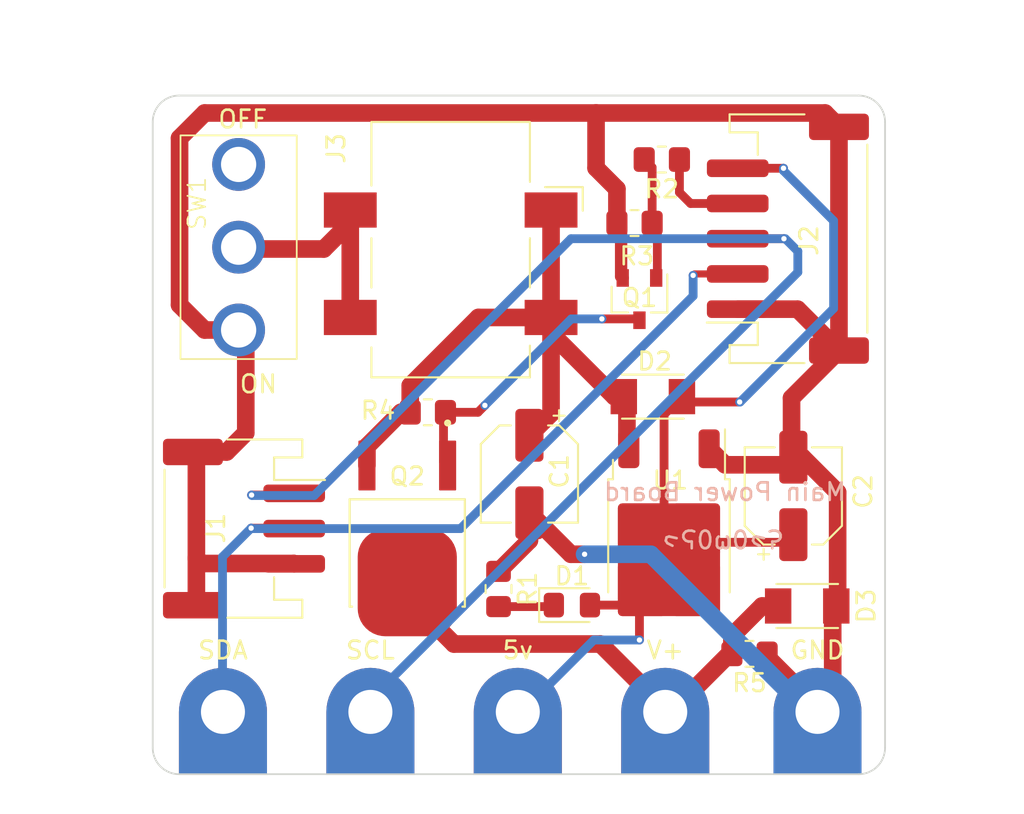
<source format=kicad_pcb>
(kicad_pcb (version 20221018) (generator pcbnew)
  (layers (0 "F.Cu" signal) (31 "B.Cu" signal) (34 "B.Paste" user) (35 "F.Paste" user) (36 "B.SilkS" user "B.Silkscreen") (37 "F.SilkS" user "F.Silkscreen") (38 "B.Mask" user) (39 "F.Mask" user) (44 "Edge.Cuts" user))
  (net 0 "")
  (net 1 "SCL")
  (net 2 "SDA")
  (net 3 "PWR_GND")
  (net 4 "PWR_5V")
  (net 5 "Enable")
  (net 6 "OUTPUT_PWR")
  (net 7 "PWR_12V")
  (net 8 "Net-(D1-K)")
  (net 9 "Net-(SW1-B)")
  (net 10 "Net-(Q1-G)")
  (net 11 "Net-(Q1-D)")
  (footprint "Capacitor_SMD:CP_Elec_5x5.4" (layer "F.Cu") (at 166.0906 100.2792 90)
    (fp_text reference "C2" (at 0.254 3.9624 90) (layer "F.SilkS"))
    (fp_text value "10uF")
    (fp_line (start -3.625 -1.685) (end -3 -1.685) (stroke (width 0.12)) (layer "F.SilkS"))
    (fp_line (start -3.3125 -1.9975) (end -3.3125 -1.3725) (stroke (width 0.12)) (layer "F.SilkS"))
    (fp_line (start -2.76 -1.695563) (end -2.76 -1.06) (stroke (width 0.12)) (layer "F.SilkS"))
    (fp_line (start -2.76 -1.695563) (end -1.695563 -2.76) (stroke (width 0.12)) (layer "F.SilkS"))
    (fp_line (start -2.76 1.695563) (end -2.76 1.06) (stroke (width 0.12)) (layer "F.SilkS"))
    (fp_line (start -2.76 1.695563) (end -1.695563 2.76) (stroke (width 0.12)) (layer "F.SilkS"))
    (fp_line (start -1.695563 -2.76) (end 2.76 -2.76) (stroke (width 0.12)) (layer "F.SilkS"))
    (fp_line (start -1.695563 2.76) (end 2.76 2.76) (stroke (width 0.12)) (layer "F.SilkS"))
    (fp_line (start 2.76 -2.76) (end 2.76 -1.06) (stroke (width 0.12)) (layer "F.SilkS"))
    (fp_line (start 2.76 2.76) (end 2.76 1.06) (stroke (width 0.12)) (layer "F.SilkS"))
    (pad "1" smd roundrect (at -2.2 0 90) (size 3 1.6) (layers "F.Cu" "F.Paste" "F.Mask") (roundrect_rratio 0.15625) (net 4 "PWR_5V"))
    (pad "2" smd roundrect (at 2.2 0 90) (size 3 1.6) (layers "F.Cu" "F.Paste" "F.Mask") (roundrect_rratio 0.15625) (net 3 "PWR_GND"))
  )
  (footprint "MountingHole:MountingHole_2.5mm_Pad" (layer "F.Cu") (at 158.8168 112.5405)
    (fp_text reference "V+" (at 0 -3.5) (layer "F.SilkS"))
    (fp_text value "MountingHole_Pad")
    (pad "1" thru_hole roundrect (at 0 0) (size 5 6) (drill 2.5 (offset 0 0.5)) (layers "*.Cu" "*.Mask") (roundrect_rratio 0.5) (chamfer_ratio 0) (chamfer bottom_left bottom_right) (net 6 "OUTPUT_PWR"))
  )
  (footprint "MountingHole:MountingHole_2.5mm_Pad" (layer "F.Cu") (at 133.7056 112.5405)
    (fp_text reference "SDA" (at 0 -3.5) (layer "F.SilkS"))
    (fp_text value "MountingHole_Pad")
    (pad "1" thru_hole roundrect (at 0 0) (size 5 6) (drill 2.5 (offset 0 0.5)) (layers "*.Cu" "*.Mask") (roundrect_rratio 0.5) (chamfer_ratio 0) (chamfer bottom_left bottom_right) (net 2 "SDA"))
  )
  (footprint "MountingHole:MountingHole_2.5mm_Pad" (layer "F.Cu") (at 167.4622 112.5405)
    (fp_text reference "GND" (at 0 -3.5) (layer "F.SilkS"))
    (fp_text value "MountingHole_Pad")
    (pad "1" thru_hole roundrect (at 0 0) (size 5 6) (drill 2.5 (offset 0 0.5)) (layers "*.Cu" "*.Mask") (roundrect_rratio 0.5) (chamfer_ratio 0) (chamfer bottom_left bottom_right) (net 3 "PWR_GND"))
  )
  (footprint "Resistor_SMD:R_0805_2012Metric_Pad1.20x1.40mm_HandSolder" (layer "F.Cu") (at 145.3388 95.5294)
    (fp_text reference "R4" (at -2.8288 -0.1016) (layer "F.SilkS"))
    (fp_text value "10K")
    (fp_line (start -0.227064 -0.735) (end 0.227064 -0.735) (stroke (width 0.12)) (layer "F.SilkS"))
    (fp_line (start -0.227064 0.735) (end 0.227064 0.735) (stroke (width 0.12)) (layer "F.SilkS"))
    (pad "1" smd roundrect (at -1 0) (size 1.2 1.4) (layers "F.Cu" "F.Paste" "F.Mask") (roundrect_rratio 0.2083333333) (net 7 "PWR_12V"))
    (pad "2" smd roundrect (at 1 0) (size 1.2 1.4) (layers "F.Cu" "F.Paste" "F.Mask") (roundrect_rratio 0.2083333333) (net 11 "Net-(Q1-D)"))
  )
  (footprint "" (layer "F.Cu") (at 131.7244 94.742)
    (fp_text reference "" (at 0 0) (layer "F.SilkS") (effects (font (size 1.27 1.27))))
    (fp_text value "" (at 0 0) (layer "F.SilkS") (effects (font (size 1.27 1.27))))
    (pad "" np_thru_hole circle (at 0 0) (size 2 2) (drill 2) (layers "F&B.Cu" "*.Mask"))
  )
  (footprint "fab:SOD-123T" (layer "F.Cu") (at 166.878 106.5276)
    (fp_text reference "D3" (at 3.3528 0 90) (layer "F.SilkS"))
    (fp_text value "DIODE SCHOT 100V 1A MINISMA")
    (fp_line (start -1.75 -1.25) (end 1.75 -1.25) (stroke (width 0.12)) (layer "F.SilkS"))
    (fp_line (start -1.75 1.25) (end 1.75 1.25) (stroke (width 0.12)) (layer "F.SilkS"))
    (pad "1" smd rect (at -1.65 0) (size 1.5 2) (layers "F.Cu" "F.Paste" "F.Mask") (net 6 "OUTPUT_PWR"))
    (pad "2" smd rect (at 1.65 0) (size 1.5 2) (layers "F.Cu" "F.Paste" "F.Mask") (net 3 "PWR_GND"))
  )
  (footprint "Package_TO_SOT_SMD:TO-252-2" (layer "F.Cu") (at 159.0294 102.6414 -90)
    (fp_text reference "U1" (at -3.2512 -0.0762) (layer "F.SilkS"))
    (fp_text value "IC REG LINEAR 5V 1A DPAK")
    (fp_line (start -3.31 -3.45) (end -3.31 -3.18) (stroke (width 0.12)) (layer "F.SilkS"))
    (fp_line (start -3.31 -3.18) (end -6.14 -3.18) (stroke (width 0.12)) (layer "F.SilkS"))
    (fp_line (start -3.31 3.18) (end -4.41 3.18) (stroke (width 0.12)) (layer "F.SilkS"))
    (fp_line (start -3.31 3.45) (end -3.31 3.18) (stroke (width 0.12)) (layer "F.SilkS"))
    (fp_line (start 3.11 -3.45) (end -3.31 -3.45) (stroke (width 0.12)) (layer "F.SilkS"))
    (fp_line (start 3.11 3.45) (end -3.31 3.45) (stroke (width 0.12)) (layer "F.SilkS"))
    (pad "1" smd roundrect (at -5.04 -2.28 270) (size 2.2 1.2) (layers "F.Cu" "F.Paste" "F.Mask") (roundrect_rratio 0.2083333333) (net 3 "PWR_GND"))
    (pad "2" smd roundrect (at -0.415 -1.525 270) (size 3.05 2.75) (layers "F.Cu" "F.Paste") (roundrect_rratio 0.09090909091) (net 4 "PWR_5V"))
    (pad "2" smd roundrect (at -0.415 1.525 270) (size 3.05 2.75) (layers "F.Cu" "F.Paste") (roundrect_rratio 0.09090909091) (net 4 "PWR_5V"))
    (pad "2" smd roundrect (at 1.26 0 270) (size 6.4 5.8) (layers "F.Cu" "F.Mask") (roundrect_rratio 0.04310293103) (net 4 "PWR_5V"))
    (pad "2" smd roundrect (at 2.935 -1.525 270) (size 3.05 2.75) (layers "F.Cu" "F.Paste") (roundrect_rratio 0.09090909091) (net 4 "PWR_5V"))
    (pad "2" smd roundrect (at 2.935 1.525 270) (size 3.05 2.75) (layers "F.Cu" "F.Paste") (roundrect_rratio 0.09090909091) (net 4 "PWR_5V"))
    (pad "3" smd roundrect (at -5.04 2.28 270) (size 2.2 1.2) (layers "F.Cu" "F.Paste" "F.Mask") (roundrect_rratio 0.2083333333) (net 7 "PWR_12V"))
  )
  (footprint "Resistor_SMD:R_0805_2012Metric_Pad1.20x1.40mm_HandSolder" (layer "F.Cu") (at 158.623 81.1784 180)
    (fp_text reference "R2" (at 0 -1.6764) (layer "F.SilkS"))
    (fp_text value "10K")
    (fp_line (start -0.227064 -0.735) (end 0.227064 -0.735) (stroke (width 0.12)) (layer "F.SilkS"))
    (fp_line (start -0.227064 0.735) (end 0.227064 0.735) (stroke (width 0.12)) (layer "F.SilkS"))
    (pad "1" smd roundrect (at -1 0 180) (size 1.2 1.4) (layers "F.Cu" "F.Paste" "F.Mask") (roundrect_rratio 0.2083333333) (net 5 "Enable"))
    (pad "2" smd roundrect (at 1 0 180) (size 1.2 1.4) (layers "F.Cu" "F.Paste" "F.Mask") (roundrect_rratio 0.2083333333) (net 10 "Net-(Q1-G)"))
  )
  (footprint "fab:CUIDevices_PJ-002AH-SMT-TR_PWRJack_2x5.5mm" (layer "F.Cu") (at 146.6342 87.0458 -90)
    (fp_text reference "J3" (at -6.5 6.5 90) (layer "F.SilkS"))
    (fp_text value "CONN PWR JACK 2X5.5MM")
    (fp_line (start -8 -4.5) (end -4.6 -4.5) (stroke (width 0.12)) (layer "F.SilkS"))
    (fp_line (start -8 4.5) (end -8 -4.5) (stroke (width 0.12)) (layer "F.SilkS"))
    (fp_line (start -8 4.5) (end -4.39 4.5) (stroke (width 0.12)) (layer "F.SilkS"))
    (fp_line (start -4.3 -7.5) (end -4.3 -5.36) (stroke (width 0.12)) (layer "F.SilkS"))
    (fp_line (start -2.96 -7.5) (end -4.3 -7.5) (stroke (width 0.12)) (layer "F.SilkS"))
    (fp_line (start -1.4 -4.5) (end 1.4 -4.5) (stroke (width 0.12)) (layer "F.SilkS"))
    (fp_line (start -1.4 4.5) (end 1.4 4.5) (stroke (width 0.12)) (layer "F.SilkS"))
    (fp_line (start 4.7 -4.5) (end 6.5 -4.5) (stroke (width 0.12)) (layer "F.SilkS"))
    (fp_line (start 6.5 -4.5) (end 6.5 4.5) (stroke (width 0.12)) (layer "F.SilkS"))
    (fp_line (start 6.5 4.5) (end 4.8 4.5) (stroke (width 0.12)) (layer "F.SilkS"))
    (pad "" np_thru_hole circle (at -3 0) (size 2 2) (drill 2) (layers "F&B.Cu" "*.Mask"))
    (pad "" np_thru_hole circle (at 1.5 0) (size 2 2) (drill 2) (layers "F&B.Cu" "*.Mask"))
    (pad "1" smd rect (at -3 -5.7) (size 3 2) (layers "F.Cu" "F.Paste" "F.Mask") (net 7 "PWR_12V"))
    (pad "1" smd rect (at 3.1 -5.7) (size 3 2) (layers "F.Cu" "F.Paste" "F.Mask") (net 7 "PWR_12V"))
    (pad "2" smd rect (at 3.1 5.7) (size 3 2) (layers "F.Cu" "F.Paste" "F.Mask") (net 9 "Net-(SW1-B)"))
    (pad "3" smd rect (at -3 5.7) (size 3 2) (layers "F.Cu" "F.Paste" "F.Mask") (net 9 "Net-(SW1-B)"))
  )
  (footprint "Resistor_SMD:R_0805_2012Metric_Pad1.20x1.40mm_HandSolder" (layer "F.Cu") (at 163.6014 109.2454 180)
    (fp_text reference "R5" (at 0 -1.65) (layer "F.SilkS"))
    (fp_text value "1K")
    (fp_line (start -0.227064 -0.735) (end 0.227064 -0.735) (stroke (width 0.12)) (layer "F.SilkS"))
    (fp_line (start -0.227064 0.735) (end 0.227064 0.735) (stroke (width 0.12)) (layer "F.SilkS"))
    (pad "1" smd roundrect (at -1 0 180) (size 1.2 1.4) (layers "F.Cu" "F.Paste" "F.Mask") (roundrect_rratio 0.2083333333) (net 3 "PWR_GND"))
    (pad "2" smd roundrect (at 1 0 180) (size 1.2 1.4) (layers "F.Cu" "F.Paste" "F.Mask") (roundrect_rratio 0.2083333333) (net 6 "OUTPUT_PWR"))
  )
  (footprint "MountingHole:MountingHole_2.5mm_Pad" (layer "F.Cu") (at 150.4464 112.5405)
    (fp_text reference "5v" (at 0 -3.5) (layer "F.SilkS"))
    (fp_text value "MountingHole_Pad")
    (pad "1" thru_hole roundrect (at 0 0) (size 5 6) (drill 2.5 (offset 0 0.5)) (layers "*.Cu" "*.Mask") (roundrect_rratio 0.5) (chamfer_ratio 0) (chamfer bottom_left bottom_right) (net 4 "PWR_5V"))
  )
  (footprint "Capacitor_SMD:CP_Elec_5x5.4" (layer "F.Cu") (at 151.1046 99.0346 -90)
    (fp_text reference "C1" (at -0.1524 -1.7018 -90) (layer "F.SilkS"))
    (fp_text value "10uF")
    (fp_line (start -3.625 -1.685) (end -3 -1.685) (stroke (width 0.12)) (layer "F.SilkS"))
    (fp_line (start -3.3125 -1.9975) (end -3.3125 -1.3725) (stroke (width 0.12)) (layer "F.SilkS"))
    (fp_line (start -2.76 -1.695563) (end -2.76 -1.06) (stroke (width 0.12)) (layer "F.SilkS"))
    (fp_line (start -2.76 -1.695563) (end -1.695563 -2.76) (stroke (width 0.12)) (layer "F.SilkS"))
    (fp_line (start -2.76 1.695563) (end -2.76 1.06) (stroke (width 0.12)) (layer "F.SilkS"))
    (fp_line (start -2.76 1.695563) (end -1.695563 2.76) (stroke (width 0.12)) (layer "F.SilkS"))
    (fp_line (start -1.695563 -2.76) (end 2.76 -2.76) (stroke (width 0.12)) (layer "F.SilkS"))
    (fp_line (start -1.695563 2.76) (end 2.76 2.76) (stroke (width 0.12)) (layer "F.SilkS"))
    (fp_line (start 2.76 -2.76) (end 2.76 -1.06) (stroke (width 0.12)) (layer "F.SilkS"))
    (fp_line (start 2.76 2.76) (end 2.76 1.06) (stroke (width 0.12)) (layer "F.SilkS"))
    (pad "1" smd roundrect (at -2.2 0 270) (size 3 1.6) (layers "F.Cu" "F.Paste" "F.Mask") (roundrect_rratio 0.15625) (net 7 "PWR_12V"))
    (pad "2" smd roundrect (at 2.2 0 270) (size 3 1.6) (layers "F.Cu" "F.Paste" "F.Mask") (roundrect_rratio 0.15625) (net 3 "PWR_GND"))
  )
  (footprint "Connector_JST:JST_PH_S5B-PH-SM4-TB_1x05-1MP_P2.00mm_Horizontal" (layer "F.Cu") (at 165.7814 85.6742 90)
    (fp_text reference "J2" (at -0.1016 1.1982 90) (layer "F.SilkS"))
    (fp_text value "CONN HEADER SMD R/A 5POS 2MM")
    (fp_line (start -7.06 -3.31) (end -6.04 -3.31) (stroke (width 0.12)) (layer "F.SilkS"))
    (fp_line (start -7.06 0.94) (end -7.06 -3.31) (stroke (width 0.12)) (layer "F.SilkS"))
    (fp_line (start -6.04 -3.31) (end -6.04 -1.71) (stroke (width 0.12)) (layer "F.SilkS"))
    (fp_line (start -6.04 -1.71) (end -4.76 -1.71) (stroke (width 0.12)) (layer "F.SilkS"))
    (fp_line (start -5.34 4.51) (end 5.34 4.51) (stroke (width 0.12)) (layer "F.SilkS"))
    (fp_line (start -4.76 -1.71) (end -4.76 -4.6) (stroke (width 0.12)) (layer "F.SilkS"))
    (fp_line (start 6.04 -3.31) (end 6.04 -1.71) (stroke (width 0.12)) (layer "F.SilkS"))
    (fp_line (start 6.04 -1.71) (end 4.76 -1.71) (stroke (width 0.12)) (layer "F.SilkS"))
    (fp_line (start 7.06 -3.31) (end 6.04 -3.31) (stroke (width 0.12)) (layer "F.SilkS"))
    (fp_line (start 7.06 0.94) (end 7.06 -3.31) (stroke (width 0.12)) (layer "F.SilkS"))
    (pad "" smd roundrect (at -6.35 2.9 90) (size 1.5 3.4) (layers "F.Cu" "F.Paste" "F.Mask") (roundrect_rratio 0.1666666667) (net 3 "PWR_GND"))
    (pad "" smd roundrect (at 6.35 2.9 90) (size 1.5 3.4) (layers "F.Cu" "F.Paste" "F.Mask") (roundrect_rratio 0.1666666667) (net 3 "PWR_GND"))
    (pad "1" smd roundrect (at -4 -2.85 90) (size 1 3.5) (layers "F.Cu" "F.Paste" "F.Mask") (net 3 "PWR_GND"))
    (pad "2" smd roundrect (at -2 -2.85 90) (size 1 3.5) (layers "F.Cu" "F.Paste" "F.Mask") (net 2 "SDA"))
    (pad "3" smd roundrect (at 0 -2.85 90) (size 1 3.5) (layers "F.Cu" "F.Paste" "F.Mask") (net 1 "SCL"))
    (pad "4" smd roundrect (at 2 -2.85 90) (size 1 3.5) (layers "F.Cu" "F.Paste" "F.Mask") (net 5 "Enable"))
    (pad "5" smd roundrect (at 4 -2.85 90) (size 1 3.5) (layers "F.Cu" "F.Paste" "F.Mask") (net 4 "PWR_5V"))
  )
  (footprint "LED_SMD:LED_0805_2012Metric_Pad1.15x1.40mm_HandSolder" (layer "F.Cu") (at 153.5176 106.4768)
    (fp_text reference "D1" (at 0 -1.65) (layer "F.SilkS"))
    (fp_text value "LED")
    (fp_line (start -1.86 -0.96) (end -1.86 0.96) (stroke (width 0.12)) (layer "F.SilkS"))
    (fp_line (start -1.86 0.96) (end 1 0.96) (stroke (width 0.12)) (layer "F.SilkS"))
    (fp_line (start 1 -0.96) (end -1.86 -0.96) (stroke (width 0.12)) (layer "F.SilkS"))
    (pad "1" smd roundrect (at -1.025 0) (size 1.15 1.4) (layers "F.Cu" "F.Paste" "F.Mask") (roundrect_rratio 0.2173913043) (net 8 "Net-(D1-K)"))
    (pad "2" smd roundrect (at 1.025 0) (size 1.15 1.4) (layers "F.Cu" "F.Paste" "F.Mask") (roundrect_rratio 0.2173913043) (net 4 "PWR_5V"))
  )
  (footprint "fab:MountingHole_2.5mm" (layer "F.Cu") (at 152.7302 80.5942)
    (fp_text reference "REF**" hide)
    (fp_text value "MountingHole_2.5mm" hide)
    (pad "" np_thru_hole circle (at 0 0) (size 2 2) (drill 2) (layers "*.Cu" "*.Mask"))
  )
  (footprint "fab:SOT-23-3" (layer "F.Cu") (at 157.353 89.1032 -90)
    (fp_text reference "Q1" (at -0.0762 0) (layer "F.SilkS"))
    (fp_text value "MOSFET N-CH 30V 1.7A SUPERSOT3")
    (fp_line (start 0.76 -1.58) (end -1.4 -1.58) (stroke (width 0.12)) (layer "F.SilkS"))
    (fp_line (start 0.76 -1.58) (end 0.76 -0.65) (stroke (width 0.12)) (layer "F.SilkS"))
    (fp_line (start 0.76 1.58) (end -0.7 1.58) (stroke (width 0.12)) (layer "F.SilkS"))
    (fp_line (start 0.76 1.58) (end 0.76 0.65) (stroke (width 0.12)) (layer "F.SilkS"))
    (pad "1" smd rect (at -1.2 -0.95 270) (size 1 0.7) (layers "F.Cu" "F.Paste" "F.Mask") (net 10 "Net-(Q1-G)"))
    (pad "2" smd rect (at -1.2 0.95 270) (size 1 0.7) (layers "F.Cu" "F.Paste" "F.Mask") (net 3 "PWR_GND"))
    (pad "3" smd rect (at 1.2 0 270) (size 1 0.7) (layers "F.Cu" "F.Paste" "F.Mask") (net 11 "Net-(Q1-D)"))
  )
  (footprint "fab:SOD-123T" (layer "F.Cu") (at 158.115 94.6404)
    (fp_text reference "D2" (at 0.1016 -2.0066) (layer "F.SilkS"))
    (fp_text value "DIODE SCHOT 100V 1A MINISMA")
    (fp_line (start -1.75 -1.25) (end 1.75 -1.25) (stroke (width 0.12)) (layer "F.SilkS"))
    (fp_line (start -1.75 1.25) (end 1.75 1.25) (stroke (width 0.12)) (layer "F.SilkS"))
    (pad "1" smd rect (at -1.65 0) (size 1.5 2) (layers "F.Cu" "F.Paste" "F.Mask") (net 7 "PWR_12V"))
    (pad "2" smd rect (at 1.65 0) (size 1.5 2) (layers "F.Cu" "F.Paste" "F.Mask") (net 4 "PWR_5V"))
  )
  (footprint "MountingHole:MountingHole_2.5mm_Pad" (layer "F.Cu") (at 142.076 112.5405)
    (fp_text reference "SCL" (at 0 -3.5) (layer "F.SilkS"))
    (fp_text value "MountingHole_Pad")
    (pad "1" thru_hole roundrect (at 0 0) (size 5 6) (drill 2.5 (offset 0 0.5)) (layers "*.Cu" "*.Mask") (roundrect_rratio 0.5) (chamfer_ratio 0) (chamfer bottom_left bottom_right) (net 1 "SCL"))
  )
  (footprint "Connector_JST:JST_PH_S3B-PH-SM4-TB_1x03-1MP_P2.00mm_Horizontal" (layer "F.Cu") (at 134.8994 102.1334 -90)
    (fp_text reference "J1" (at -0.0254 1.595 90) (layer "F.SilkS"))
    (fp_text value "CONN HEADER SMD R/A 3POS 2MM")
    (fp_line (start -5.06 -3.31) (end -4.04 -3.31) (stroke (width 0.12)) (layer "F.SilkS"))
    (fp_line (start -5.06 0.94) (end -5.06 -3.31) (stroke (width 0.12)) (layer "F.SilkS"))
    (fp_line (start -4.04 -3.31) (end -4.04 -1.71) (stroke (width 0.12)) (layer "F.SilkS"))
    (fp_line (start -4.04 -1.71) (end -2.76 -1.71) (stroke (width 0.12)) (layer "F.SilkS"))
    (fp_line (start -3.34 4.51) (end 3.34 4.51) (stroke (width 0.12)) (layer "F.SilkS"))
    (fp_line (start -2.76 -1.71) (end -2.76 -4.6) (stroke (width 0.12)) (layer "F.SilkS"))
    (fp_line (start 4.04 -3.31) (end 4.04 -1.71) (stroke (width 0.12)) (layer "F.SilkS"))
    (fp_line (start 4.04 -1.71) (end 2.76 -1.71) (stroke (width 0.12)) (layer "F.SilkS"))
    (fp_line (start 5.06 -3.31) (end 4.04 -3.31) (stroke (width 0.12)) (layer "F.SilkS"))
    (fp_line (start 5.06 0.94) (end 5.06 -3.31) (stroke (width 0.12)) (layer "F.SilkS"))
    (pad "" smd roundrect (at -4.35 2.9 270) (size 1.5 3.4) (layers "F.Cu" "F.Paste" "F.Mask") (roundrect_rratio 0.1666666667) (net 3 "PWR_GND"))
    (pad "" smd roundrect (at 4.35 2.9 270) (size 1.5 3.4) (layers "F.Cu" "F.Paste" "F.Mask") (roundrect_rratio 0.1666666667) (net 3 "PWR_GND"))
    (pad "1" smd roundrect (at -2 -2.85 270) (size 1 3.5) (layers "F.Cu" "F.Paste" "F.Mask") (net 1 "SCL"))
    (pad "2" smd roundrect (at 0 -2.85 270) (size 1 3.5) (layers "F.Cu" "F.Paste" "F.Mask") (net 2 "SDA"))
    (pad "3" smd roundrect (at 2 -2.85 270) (size 1 3.5) (layers "F.Cu" "F.Paste" "F.Mask") (net 3 "PWR_GND"))
  )
  (footprint "fab:MountingHole_2.5mm" (layer "F.Cu") (at 169.3418 95.2754)
    (fp_text reference "REF**" hide)
    (fp_text value "MountingHole_2.5mm" hide)
    (pad "" np_thru_hole circle (at 0 0) (size 2 2) (drill 2) (layers "F&B.Cu" "*.Mask"))
  )
  (footprint "Button_Switch_THT:SW_SPDTx03_Slide" (layer "F.Cu") (at 134.5946 86.1568 90)
    (fp_text reference "SW1" (at 2.4892 -2.3622 90 unlocked) (layer "F.SilkS") (effects (font (thickness 0.1))))
    (fp_text value "SWITCH SLIDE SPDT 5A 120VAC")
    (fp_rect (start -6.35 -3.3) (end 6.35 3.3) (stroke (width 0.1)) (fill none) (layer "F.SilkS"))
    (pad "1" thru_hole circle (at -4.7 0 90) (size 3 3) (drill 2) (layers "*.Cu" "*.Mask") (net 3 "PWR_GND"))
    (pad "2" thru_hole circle (at 0 0 90) (size 3 3) (drill 2) (layers "*.Cu" "*.Mask") (net 9 "Net-(SW1-B)"))
    (pad "3" thru_hole circle (at 4.7 0 90) (size 3 3) (drill 2) (layers "*.Cu" "*.Mask"))
  )
  (footprint "Resistor_SMD:R_0805_2012Metric_Pad1.20x1.40mm_HandSolder" (layer "F.Cu") (at 157.0736 84.7852)
    (fp_text reference "R3" (at 0.127 1.8796) (layer "F.SilkS"))
    (fp_text value "10K")
    (fp_line (start -0.227064 -0.735) (end 0.227064 -0.735) (stroke (width 0.12)) (layer "F.SilkS"))
    (fp_line (start -0.227064 0.735) (end 0.227064 0.735) (stroke (width 0.12)) (layer "F.SilkS"))
    (pad "1" smd roundrect (at -1 0) (size 1.2 1.4) (layers "F.Cu" "F.Paste" "F.Mask") (roundrect_rratio 0.2083333333) (net 3 "PWR_GND"))
    (pad "2" smd roundrect (at 1 0) (size 1.2 1.4) (layers "F.Cu" "F.Paste" "F.Mask") (roundrect_rratio 0.2083333333) (net 10 "Net-(Q1-G)"))
  )
  (footprint "TO229P990X238-3N:TO229P990X238-3N" (layer "F.Cu") (at 144.1704 102.6922 -90)
    (fp_text reference "Q2" (at -3.5306 0) (layer "F.SilkS"))
    (fp_text value "MOSFET P-CH 30V 25A DPAK")
    (fp_line (start -2.2225 -3.27) (end 3.8725 -3.27) (stroke (width 0.127)) (layer "F.SilkS"))
    (fp_line (start -2.2225 3.27) (end -2.2225 -3.27) (stroke (width 0.127)) (layer "F.SilkS"))
    (fp_line (start 3.8725 -3.27) (end 3.8725 -3.135) (stroke (width 0.127)) (layer "F.SilkS"))
    (fp_line (start 3.8725 3.27) (end -2.2225 3.27) (stroke (width 0.127)) (layer "F.SilkS"))
    (fp_line (start 3.8725 3.27) (end 3.8725 3.135) (stroke (width 0.127)) (layer "F.SilkS"))
    (fp_circle (center -6.555 -2.29) (end -6.455 -2.29) (stroke (width 0.2)) (fill none) (layer "F.SilkS"))
    (pad "1" smd roundrect (at -4.14 -2.29 270) (size 2.83 0.97) (layers "F.Cu" "F.Paste" "F.Mask") (roundrect_rratio 0.05) (net 11 "Net-(Q1-D)"))
    (pad "2" smd roundrect (at 2.51 0 270) (size 6.09 5.63) (layers "F.Cu" "F.Mask") (roundrect_rratio 0.28) (net 6 "OUTPUT_PWR"))
    (pad "3" smd roundrect (at -4.14 2.29 270) (size 2.83 0.97) (layers "F.Cu" "F.Paste" "F.Mask") (roundrect_rratio 0.05) (net 7 "PWR_12V"))
  )
  (footprint "Resistor_SMD:R_0805_2012Metric_Pad1.20x1.40mm_HandSolder" (layer "F.Cu") (at 149.352 105.5624 -90)
    (fp_text reference "R1" (at 0 -1.65 90) (layer "F.SilkS"))
    (fp_text value "499")
    (fp_line (start -0.227064 -0.735) (end 0.227064 -0.735) (stroke (width 0.12)) (layer "F.SilkS"))
    (fp_line (start -0.227064 0.735) (end 0.227064 0.735) (stroke (width 0.12)) (layer "F.SilkS"))
    (pad "1" smd roundrect (at -1 0 270) (size 1.2 1.4) (layers "F.Cu" "F.Paste" "F.Mask") (roundrect_rratio 0.2083333333) (net 3 "PWR_GND"))
    (pad "2" smd roundrect (at 1 0 270) (size 1.2 1.4) (layers "F.Cu" "F.Paste" "F.Mask") (roundrect_rratio 0.2083333333) (net 8 "Net-(D1-K)"))
  )
  (gr_line (start 129.7178 114.578) (end 129.7178 79.0462) (stroke (width 0.1)) (layer "Edge.Cuts"))
  (gr_arc (start 169.7976 77.5462) (mid 170.85826 77.98554) (end 171.2976 79.0462) (stroke (width 0.1)) (layer "Edge.Cuts"))
  (gr_line (start 169.7976 116.078) (end 131.2178 116.078) (stroke (width 0.1)) (layer "Edge.Cuts"))
  (gr_arc (start 171.2976 114.578) (mid 170.85826 115.63866) (end 169.7976 116.078) (stroke (width 0.1)) (layer "Edge.Cuts"))
  (gr_arc (start 129.7178 79.0462) (mid 130.15714 77.98554) (end 131.2178 77.5462) (stroke (width 0.1)) (layer "Edge.Cuts"))
  (gr_line (start 171.2976 79.0462) (end 171.2976 114.578) (stroke (width 0.1)) (layer "Edge.Cuts"))
  (gr_line (start 131.2178 77.5462) (end 169.7976 77.5462) (stroke (width 0.1)) (layer "Edge.Cuts"))
  (gr_arc (start 131.2178 116.078) (mid 130.15714 115.63866) (end 129.7178 114.578) (stroke (width 0.1)) (layer "Edge.Cuts"))
  (gr_text "Main Power Board" (at 162.2044 100.6348) (layer "B.SilkS") (effects (font (size 1 1)) (justify bottom mirror)))
  (gr_text "ʕっ0ω0ʔっ" (at 165.6588 103.378) (layer "B.SilkS") (effects (font (size 1 1)) (justify left bottom mirror)))
  (gr_text "ON" (at 134.5692 94.5134) (layer "F.SilkS") (effects (font (size 1 1)) (justify left bottom)))
  (gr_text "OFF" (at 133.35 79.4766) (layer "F.SilkS") (effects (font (size 1 1)) (justify left bottom)))
  (segment (start 137.6544 100.2284) (end 137.7494 100.1334) (width 0.5) (layer "F.Cu") (net 1))
  (segment (start 135.3312 100.2284) (end 137.6544 100.2284) (width 0.5) (layer "F.Cu") (net 1))
  (segment (start 165.5572 85.6742) (end 162.9314 85.6742) (width 0.5) (layer "F.Cu") (net 1))
  (via (at 135.3312 100.2284) (size 0.5) (drill 0.3) (layers "F.Cu" "B.Cu") (net 1))
  (via (at 165.5572 85.6742) (size 0.5) (drill 0.3) (layers "F.Cu" "B.Cu") (net 1))
  (segment (start 166.3446 86.3854) (end 166.3446 87.5792) (width 0.5) (layer "B.Cu") (net 1))
  (segment (start 165.6334 85.6742) (end 166.3446 86.3854) (width 0.5) (layer "B.Cu") (net 1))
  (segment (start 138.8872 100.2538) (end 135.3566 100.2538) (width 0.5) (layer "B.Cu") (net 1))
  (segment (start 165.5572 85.6742) (end 153.4668 85.6742) (width 0.5) (layer "B.Cu") (net 1))
  (segment (start 153.4668 85.6742) (end 138.8872 100.2538) (width 0.5) (layer "B.Cu") (net 1))
  (segment (start 165.5572 85.6742) (end 165.6334 85.6742) (width 0.5) (layer "B.Cu") (net 1))
  (segment (start 141.90565 112.01815) (end 141.90565 112.7252) (width 0.5) (layer "B.Cu") (net 1))
  (segment (start 135.3566 100.2538) (end 135.3312 100.2284) (width 0.5) (layer "B.Cu") (net 1))
  (segment (start 166.3446 87.5792) (end 141.90565 112.01815) (width 0.5) (layer "B.Cu") (net 1))
  (segment (start 137.724 102.108) (end 137.7494 102.1334) (width 0.5) (layer "F.Cu") (net 2))
  (segment (start 160.4838 87.6742) (end 162.9314 87.6742) (width 0.4) (layer "F.Cu") (net 2))
  (segment (start 135.3058 102.108) (end 137.724 102.108) (width 0.5) (layer "F.Cu") (net 2))
  (segment (start 160.401 87.757) (end 160.4838 87.6742) (width 0.4) (layer "F.Cu") (net 2))
  (via (at 135.3058 102.108) (size 0.5) (drill 0.3) (layers "F.Cu" "B.Cu") (net 2))
  (via (at 160.401 87.757) (size 0.5) (drill 0.3) (layers "F.Cu" "B.Cu") (net 2))
  (segment (start 147.193 102.1334) (end 135.3312 102.1334) (width 0.5) (layer "B.Cu") (net 2))
  (segment (start 135.3312 102.1334) (end 135.3058 102.108) (width 0.5) (layer "B.Cu") (net 2))
  (segment (start 135.3058 102.108) (end 133.6802 103.7336) (width 0.5) (layer "B.Cu") (net 2))
  (segment (start 133.6802 103.7336) (end 133.6802 112.5728) (width 0.5) (layer "B.Cu") (net 2))
  (segment (start 160.401 88.9254) (end 147.193 102.1334) (width 0.5) (layer "B.Cu") (net 2))
  (segment (start 160.401 87.757) (end 160.401 88.9254) (width 0.5) (layer "B.Cu") (net 2))
  (segment (start 166.3314 89.6742) (end 168.6814 92.0242) (width 1) (layer "F.Cu") (net 3))
  (segment (start 132.1974 103.8098) (end 132.1974 106.2854) (width 1) (layer "F.Cu") (net 3))
  (segment (start 166.0906 98.0792) (end 166.6084 98.0792) (width 1) (layer "F.Cu") (net 3))
  (segment (start 168.6814 92.0242) (end 165.989 94.7166) (width 1) (layer "F.Cu") (net 3))
  (segment (start 162.9314 89.6742) (end 166.3314 89.6742) (width 1) (layer "F.Cu") (net 3))
  (segment (start 168.6814 79.3242) (end 167.894 78.5368) (width 1) (layer "F.Cu") (net 3))
  (segment (start 166.0906 98.0792) (end 165.6588 98.511) (width 1) (layer "F.Cu") (net 3))
  (segment (start 137.7306 104.1146) (end 137.7494 104.1334) (width 1) (layer "F.Cu") (net 3))
  (segment (start 166.6084 98.0792) (end 168.6052 100.076) (width 1) (layer "F.Cu") (net 3))
  (segment (start 153.4604 103.5904) (end 151.1046 101.2346) (width 1) (layer "F.Cu") (net 3))
  (segment (start 151.1046 102.8098) (end 149.352 104.5624) (width 1) (layer "F.Cu") (net 3))
  (segment (start 162.219 98.511) (end 161.3094 97.6014) (width 1) (layer "F.Cu") (net 3))
  (segment (start 132.1974 97.9814) (end 132.1974 103.8098) (width 1) (layer "F.Cu") (net 3))
  (segment (start 154.8892 81.661) (end 156.0736 82.8454) (width 1) (layer "F.Cu") (net 3))
  (segment (start 168.6814 79.3242) (end 168.6814 92.0242) (width 1) (layer "F.Cu") (net 3))
  (segment (start 164.6014 109.4232) (end 164.6014 109.2454) (width 1) (layer "F.Cu") (net 3))
  (segment (start 156.0736 82.8454) (end 156.0736 84.7852) (width 1) (layer "F.Cu") (net 3))
  (segment (start 156.3116 85.0232) (end 156.3116 87.8118) (width 0.7) (layer "F.Cu") (net 3))
  (segment (start 132.1974 106.2854) (end 131.9994 106.4834) (width 1) (layer "F.Cu") (net 3))
  (segment (start 165.989 94.7166) (end 165.989 97.9776) (width 1) (layer "F.Cu") (net 3))
  (segment (start 135.001 96.6978) (end 133.9154 97.7834) (width 1) (layer "F.Cu") (net 3))
  (segment (start 134.5946 90.8568) (end 135.001 91.2632) (width 1) (layer "F.Cu") (net 3))
  (segment (start 135.001 91.2632) (end 135.001 96.6978) (width 1) (layer "F.Cu") (net 3))
  (segment (start 165.989 97.9776) (end 166.0906 98.0792) (width 1) (layer "F.Cu") (net 3))
  (segment (start 132.5022 104.1146) (end 137.7306 104.1146) (width 1) (layer "F.Cu") (net 3))
  (segment (start 165.6588 98.511) (end 162.219 98.511) (width 1) (layer "F.Cu") (net 3))
  (segment (start 156.3116 87.8118) (end 156.403 87.9032) (width 0.7) (layer "F.Cu") (net 3))
  (segment (start 154.8892 78.5368) (end 132.6642 78.5368) (width 1) (layer "F.Cu") (net 3))
  (segment (start 156.0736 84.7852) (end 156.3116 85.0232) (width 0.7) (layer "F.Cu") (net 3))
  (segment (start 167.894 78.5368) (end 154.8892 78.5368) (width 1) (layer "F.Cu") (net 3))
  (segment (start 168.528 106.5276) (end 168.3248 106.7308) (width 1) (layer "F.Cu") (net 3))
  (segment (start 132.6652 90.8568) (end 134.5946 90.8568) (width 1) (layer "F.Cu") (net 3))
  (segment (start 168.6052 100.076) (end 168.6052 106.4504) (width 1) (layer "F.Cu") (net 3))
  (segment (start 167.132 111.9538) (end 164.6014 109.4232) (width 1) (layer "F.Cu") (net 3))
  (segment (start 168.3248 106.7308) (end 168.3248 111.5324) (width 1) (layer "F.Cu") (net 3))
  (segment (start 151.1046 101.2346) (end 151.1046 102.8098) (width 1) (layer "F.Cu") (net 3))
  (segment (start 154.238 103.5904) (end 153.4604 103.5904) (width 1) (layer "F.Cu") (net 3))
  (segment (start 132.6642 78.5368) (end 131.2418 79.9592) (width 1) (layer "F.Cu") (net 3))
  (segment (start 132.1974 103.8098) (end 132.5022 104.1146) (width 1) (layer "F.Cu") (net 3))
  (segment (start 154.8892 78.5368) (end 154.8892 81.661) (width 1) (layer "F.Cu") (net 3))
  (segment (start 168.6052 106.4504) (end 168.528 106.5276) (width 1) (layer "F.Cu") (net 3))
  (segment (start 167.132 112.7252) (end 167.132 111.9538) (width 1) (layer "F.Cu") (net 3))
  (segment (start 168.3248 111.5324) (end 167.132 112.7252) (width 1) (layer "F.Cu") (net 3))
  (segment (start 133.9154 97.7834) (end 131.9994 97.7834) (width 1) (layer "F.Cu") (net 3))
  (segment (start 131.2418 79.9592) (end 131.2418 89.4334) (width 1) (layer "F.Cu") (net 3))
  (segment (start 131.2418 89.4334) (end 132.6652 90.8568) (width 1) (layer "F.Cu") (net 3))
  (segment (start 131.9994 97.7834) (end 132.1974 97.9814) (width 1) (layer "F.Cu") (net 3))
  (via (at 154.238 103.5904) (size 0.5) (drill 0.3) (layers "F.Cu" "B.Cu") (net 3))
  (segment (start 154.238 103.5904) (end 157.9972 103.5904) (width 1) (layer "B.Cu") (net 3))
  (segment (start 157.9972 103.5904) (end 167.132 112.7252) (width 1) (layer "B.Cu") (net 3))
  (segment (start 158.75 95.6554) (end 158.75 103.622) (width 0.5) (layer "F.Cu") (net 4))
  (segment (start 158.75 103.622) (end 159.0294 103.9014) (width 0.5) (layer "F.Cu") (net 4))
  (segment (start 154.5426 106.4768) (end 156.604 106.4768) (width 0.5) (layer "F.Cu") (net 4))
  (segment (start 161.239 102.911) (end 160.5544 102.2264) (width 0.5) (layer "F.Cu") (net 4))
  (segment (start 163.0426 94.9452) (end 160.0698 94.9452) (width 0.5) (layer "F.Cu") (net 4))
  (segment (start 165.6588 102.911) (end 161.239 102.911) (width 0.5) (layer "F.Cu") (net 4))
  (segment (start 159.765 94.6404) (end 158.75 95.6554) (width 0.5) (layer "F.Cu") (net 4))
  (segment (start 165.5318 81.6742) (end 162.9314 81.6742) (width 0.5) (layer "F.Cu") (net 4))
  (segment (start 156.604 106.4768) (end 157.5044 105.5764) (width 0.5) (layer "F.Cu") (net 4))
  (segment (start 157.353 105.7278) (end 157.5044 105.5764) (width 0.5) (layer "F.Cu") (net 4))
  (segment (start 157.353 108.458) (end 157.353 105.7278) (width 0.5) (layer "F.Cu") (net 4))
  (segment (start 160.0698 94.9452) (end 159.765 94.6404) (width 0.5) (layer "F.Cu") (net 4))
  (segment (start 166.0906 102.4792) (end 165.6588 102.911) (width 0.5) (layer "F.Cu") (net 4))
  (via (at 163.0426 94.9452) (size 0.5) (drill 0.3) (layers "F.Cu" "B.Cu") (net 4))
  (via (at 165.5318 81.6742) (size 0.5) (drill 0.3) (layers "F.Cu" "B.Cu") (net 4))
  (via (at 157.353 108.458) (size 0.5) (drill 0.3) (layers "F.Cu" "B.Cu") (net 4))
  (segment (start 154.7622 108.458) (end 150.495 112.7252) (width 0.5) (layer "B.Cu") (net 4))
  (segment (start 168.3766 89.6366) (end 168.3766 84.6582) (width 0.5) (layer "B.Cu") (net 4))
  (segment (start 150.495 112.7252) (end 150.4061 112.7252) (width 0.5) (layer "B.Cu") (net 4))
  (segment (start 163.0426 94.9452) (end 163.068 94.9452) (width 0.5) (layer "B.Cu") (net 4))
  (segment (start 165.5318 81.8134) (end 165.5318 81.6742) (width 0.5) (layer "B.Cu") (net 4))
  (segment (start 157.353 108.458) (end 154.7622 108.458) (width 0.5) (layer "B.Cu") (net 4))
  (segment (start 163.068 94.9452) (end 168.3766 89.6366) (width 0.5) (layer "B.Cu") (net 4))
  (segment (start 168.3766 84.6582) (end 165.5318 81.8134) (width 0.5) (layer "B.Cu") (net 4))
  (segment (start 159.623 81.1784) (end 159.623 83.042) (width 0.5) (layer "F.Cu") (net 5))
  (segment (start 159.623 83.042) (end 160.2552 83.6742) (width 0.5) (layer "F.Cu") (net 5))
  (segment (start 160.2552 83.6742) (end 162.9314 83.6742) (width 0.5) (layer "F.Cu") (net 5))
  (segment (start 162.4584 109.2454) (end 158.9786 112.7252) (width 1) (layer "F.Cu") (net 6))
  (segment (start 165.228 106.5276) (end 164.3126 106.5276) (width 1) (layer "F.Cu") (net 6))
  (segment (start 158.90655 112.44995) (end 158.90655 112.47535) (width 1) (layer "F.Cu") (net 6))
  (segment (start 158.9786 112.7252) (end 158.90655 112.7252) (width 1) (layer "F.Cu") (net 6))
  (segment (start 162.6014 108.2388) (end 162.6014 109.2454) (width 1) (layer "F.Cu") (net 6))
  (segment (start 144.1704 105.2022) (end 144.1704 106.0404) (width 1) (layer "F.Cu") (net 6))
  (segment (start 164.3126 106.5276) (end 162.6014 108.2388) (width 1) (layer "F.Cu") (net 6))
  (segment (start 144.1704 106.0404) (end 146.8166 108.6866) (width 1) (layer "F.Cu") (net 6))
  (segment (start 162.6014 109.2454) (end 162.4584 109.2454) (width 1) (layer "F.Cu") (net 6))
  (segment (start 146.8166 108.6866) (end 155.1432 108.6866) (width 1) (layer "F.Cu") (net 6))
  (segment (start 155.1432 108.6866) (end 158.90655 112.44995) (width 1) (layer "F.Cu") (net 6))
  (segment (start 148.2078 90.1458) (end 152.3342 90.1458) (width 1) (layer "F.Cu") (net 7))
  (segment (start 152.3342 95.605) (end 151.1046 96.8346) (width 1) (layer "F.Cu") (net 7))
  (segment (start 156.6418 97.4938) (end 156.7494 97.6014) (width 1) (layer "F.Cu") (net 7))
  (segment (start 143.8148 95.5294) (end 144.3388 95.5294) (width 1) (layer "F.Cu") (net 7))
  (segment (start 141.8804 97.4638) (end 143.8148 95.5294) (width 1) (layer "F.Cu") (net 7))
  (segment (start 144.3388 94.0148) (end 148.2078 90.1458) (width 1) (layer "F.Cu") (net 7))
  (segment (start 155.9306 94.6404) (end 156.465 94.6404) (width 1) (layer "F.Cu") (net 7))
  (segment (start 152.3342 84.0458) (end 152.3342 90.1458) (width 1) (layer "F.Cu") (net 7))
  (segment (start 152.3342 90.1458) (end 152.3342 91.044) (width 1) (layer "F.Cu") (net 7))
  (segment (start 152.3342 90.1458) (end 152.3342 95.605) (width 1) (layer "F.Cu") (net 7))
  (segment (start 141.8804 98.5522) (end 141.8804 97.4638) (width 1) (layer "F.Cu") (net 7))
  (segment (start 144.3388 95.5294) (end 144.3388 94.0148) (width 1) (layer "F.Cu") (net 7))
  (segment (start 156.465 94.6404) (end 156.6418 94.8172) (width 1) (layer "F.Cu") (net 7))
  (segment (start 156.6418 94.8172) (end 156.6418 97.4938) (width 1) (layer "F.Cu") (net 7))
  (segment (start 152.3342 91.044) (end 155.9306 94.6404) (width 1) (layer "F.Cu") (net 7))
  (segment (start 152.407 106.5624) (end 152.4926 106.4768) (width 0.5) (layer "F.Cu") (net 8))
  (segment (start 149.352 106.5624) (end 152.407 106.5624) (width 0.5) (layer "F.Cu") (net 8))
  (segment (start 139.4328 86.2584) (end 140.9342 84.757) (width 1) (layer "F.Cu") (net 9))
  (segment (start 140.9342 84.0458) (end 140.9342 90.1458) (width 1) (layer "F.Cu") (net 9))
  (segment (start 140.9342 84.757) (end 140.9342 84.0458) (width 1) (layer "F.Cu") (net 9))
  (segment (start 134.6962 86.2584) (end 139.4328 86.2584) (width 1) (layer "F.Cu") (net 9))
  (segment (start 134.5946 86.1568) (end 134.6962 86.2584) (width 1) (layer "F.Cu") (net 9))
  (segment (start 158.369 87.8372) (end 158.369 85.0806) (width 0.5) (layer "F.Cu") (net 10))
  (segment (start 158.303 87.9032) (end 158.369 87.8372) (width 0.5) (layer "F.Cu") (net 10))
  (segment (start 158.0736 81.629) (end 158.0736 84.7852) (width 0.5) (layer "F.Cu") (net 10))
  (segment (start 158.369 85.0806) (end 158.0736 84.7852) (width 0.5) (layer "F.Cu") (net 10))
  (segment (start 157.623 81.1784) (end 158.0736 81.629) (width 0.5) (layer "F.Cu") (net 10))
  (segment (start 146.2278 98.3196) (end 146.4604 98.5522) (width 0.5) (layer "F.Cu") (net 11))
  (segment (start 146.3388 95.5294) (end 146.2278 95.6404) (width 0.5) (layer "F.Cu") (net 11))
  (segment (start 146.2278 95.6404) (end 146.2278 98.3196) (width 0.5) (layer "F.Cu") (net 11))
  (segment (start 148.5773 95.1357) (end 148.1836 95.5294) (width 0.5) (layer "F.Cu") (net 11))
  (segment (start 148.1836 95.5294) (end 146.3388 95.5294) (width 0.5) (layer "F.Cu") (net 11))
  (segment (start 157.2768 90.227) (end 157.353 90.3032) (width 0.5) (layer "F.Cu") (net 11))
  (segment (start 155.2194 90.227) (end 157.2768 90.227) (width 0.5) (layer "F.Cu") (net 11))
  (via (at 155.2194 90.227) (size 0.5) (drill 0.3) (layers "F.Cu" "B.Cu") (net 11))
  (via (at 148.5773 95.1357) (size 0.5) (drill 0.3) (layers "F.Cu" "B.Cu") (net 11))
  (segment (start 155.2194 90.227) (end 153.486 90.227) (width 0.5) (layer "B.Cu") (net 11))
  (segment (start 153.486 90.227) (end 148.5773 95.1357) (width 0.5) (layer "B.Cu") (net 11))
)
</source>
